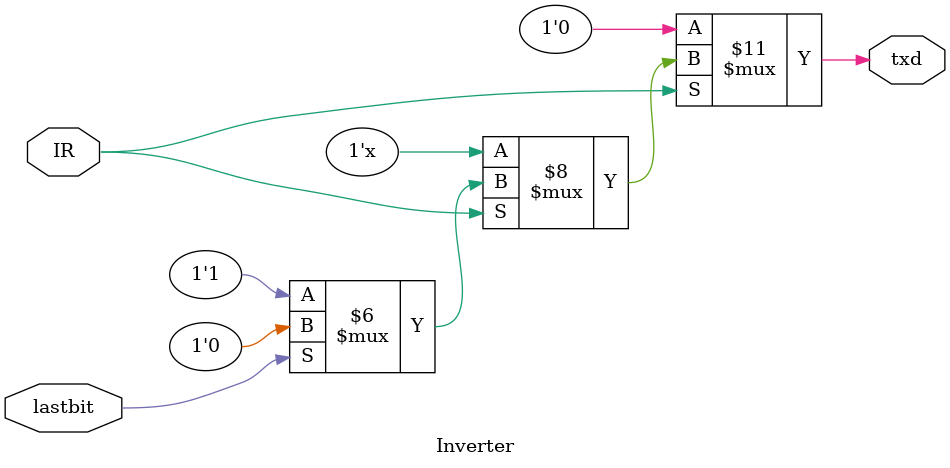
<source format=v>
module Inverter (IR, lastbit, txd);
//Inverter block with IR, lastbit ad input and txd as output

input IR;
input lastbit;
output txd;

reg txd;

//the sequential code to synthesise the latches	
always@(lastbit, IR)
begin
	//In 3/16 baud-rate condition
	if(IR == 1'b1)
		begin
			if(lastbit==1'b1)
				txd=1'b0;
			else
				txd=1'b1;
		end
		
	//if IR-0, set the default value to be 0
	else
				txd=1'b0;
end
endmodule

</source>
